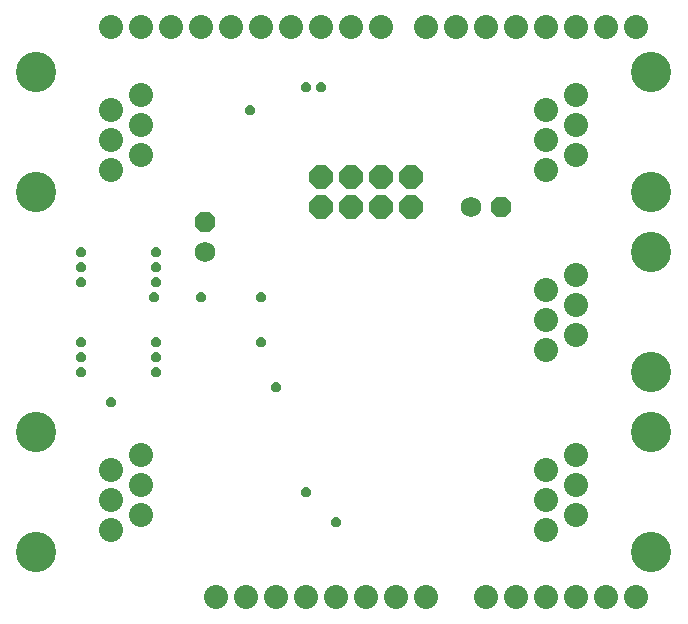
<source format=gbs>
G75*
%MOIN*%
%OFA0B0*%
%FSLAX24Y24*%
%IPPOS*%
%LPD*%
%AMOC8*
5,1,8,0,0,1.08239X$1,22.5*
%
%ADD10OC8,0.0690*%
%ADD11C,0.0690*%
%ADD12C,0.0800*%
%ADD13C,0.1340*%
%ADD14OC8,0.0800*%
%ADD15OC8,0.0330*%
D10*
X013359Y013650D03*
X023252Y014150D03*
D11*
X022252Y014150D03*
X013359Y012650D03*
D12*
X010252Y015400D03*
X011252Y015900D03*
X010252Y016400D03*
X011252Y016900D03*
X010252Y017400D03*
X011252Y017900D03*
X011252Y020150D03*
X010252Y020150D03*
X012252Y020150D03*
X013252Y020150D03*
X014252Y020150D03*
X015252Y020150D03*
X016252Y020150D03*
X017252Y020150D03*
X018252Y020150D03*
X019252Y020150D03*
X020752Y020150D03*
X021752Y020150D03*
X022752Y020150D03*
X023752Y020150D03*
X024752Y020150D03*
X025752Y020150D03*
X026752Y020150D03*
X027752Y020150D03*
X025752Y017900D03*
X024752Y017400D03*
X025752Y016900D03*
X024752Y016400D03*
X025752Y015900D03*
X024752Y015400D03*
X025752Y011900D03*
X024752Y011400D03*
X025752Y010900D03*
X024752Y010400D03*
X025752Y009900D03*
X024752Y009400D03*
X025752Y005900D03*
X024752Y005400D03*
X025752Y004900D03*
X024752Y004400D03*
X025752Y003900D03*
X024752Y003400D03*
X024752Y001150D03*
X023752Y001150D03*
X022752Y001150D03*
X020752Y001150D03*
X019752Y001150D03*
X018752Y001150D03*
X017752Y001150D03*
X016752Y001150D03*
X015752Y001150D03*
X014752Y001150D03*
X013752Y001150D03*
X010252Y003400D03*
X011252Y003900D03*
X010252Y004400D03*
X011252Y004900D03*
X010252Y005400D03*
X011252Y005900D03*
X025752Y001150D03*
X026752Y001150D03*
X027752Y001150D03*
D13*
X007752Y002650D03*
X007752Y006650D03*
X007752Y014650D03*
X007752Y018650D03*
X028252Y018650D03*
X028252Y014650D03*
X028252Y012650D03*
X028252Y008650D03*
X028252Y006650D03*
X028252Y002650D03*
D14*
X020252Y014150D03*
X019252Y014150D03*
X018252Y014150D03*
X017252Y014150D03*
X017252Y015150D03*
X018252Y015150D03*
X019252Y015150D03*
X020252Y015150D03*
D15*
X017252Y018150D03*
X016752Y018150D03*
X014877Y017400D03*
X011752Y012650D03*
X011752Y012150D03*
X011752Y011650D03*
X011669Y011150D03*
X013252Y011150D03*
X015252Y011150D03*
X015252Y009650D03*
X015752Y008150D03*
X011752Y008650D03*
X011752Y009150D03*
X011752Y009650D03*
X009252Y009650D03*
X009252Y009150D03*
X009252Y008650D03*
X010252Y007650D03*
X009252Y011650D03*
X009252Y012150D03*
X009252Y012650D03*
X016752Y004650D03*
X017752Y003650D03*
M02*

</source>
